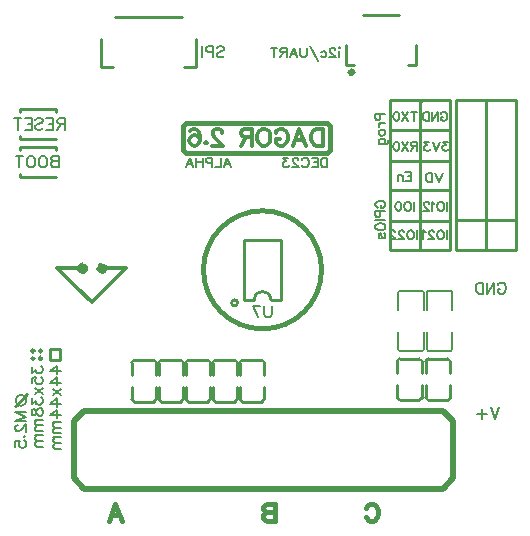
<source format=gbo>
G04 Layer: BottomSilkscreenLayer*
G04 EasyEDA v6.5.39, 2024-01-10 12:04:11*
G04 8066753d26f04e3aa7ec2003dc8d02ef,7c1e8d740ba24e6f83eb2d53d3341807,10*
G04 Gerber Generator version 0.2*
G04 Scale: 100 percent, Rotated: No, Reflected: No *
G04 Dimensions in millimeters *
G04 leading zeros omitted , absolute positions ,4 integer and 5 decimal *
%FSLAX45Y45*%
%MOMM*%

%ADD10C,0.2032*%
%ADD11C,0.3000*%
%ADD12C,0.4000*%
%ADD13C,0.2000*%
%ADD14C,0.3500*%
%ADD15C,0.5000*%
%ADD16C,0.2540*%
%ADD17C,0.1524*%
%ADD18C,0.4001*%
%ADD19C,0.7500*%
%ADD20C,0.0189*%

%LPD*%
D10*
X974945Y526244D02*
G01*
X967219Y530108D01*
X959490Y537837D01*
X955626Y545564D01*
X955626Y561017D01*
X959490Y568746D01*
X967219Y576473D01*
X974945Y580336D01*
X986536Y584200D01*
X1005855Y584200D01*
X1017445Y580336D01*
X1025171Y576473D01*
X1032901Y568746D01*
X1036764Y561017D01*
X1036764Y545564D01*
X1032901Y537837D01*
X1025171Y530108D01*
X1017445Y526244D01*
X1005855Y526244D01*
X1005855Y545564D02*
G01*
X1005855Y526244D01*
X955626Y500745D02*
G01*
X1036764Y500745D01*
X955626Y500745D02*
G01*
X955626Y465973D01*
X959490Y454380D01*
X963353Y450517D01*
X971082Y446653D01*
X982672Y446653D01*
X990399Y450517D01*
X994262Y454380D01*
X998126Y465973D01*
X998126Y500745D01*
X955626Y421154D02*
G01*
X1036764Y421154D01*
X955626Y372473D02*
G01*
X959490Y380199D01*
X967219Y387926D01*
X974945Y391789D01*
X986536Y395655D01*
X1005855Y395655D01*
X1017445Y391789D01*
X1025171Y387926D01*
X1032901Y380199D01*
X1036764Y372473D01*
X1036764Y357017D01*
X1032901Y349290D01*
X1025171Y341563D01*
X1017445Y337700D01*
X1005855Y333837D01*
X986536Y333837D01*
X974945Y337700D01*
X967219Y341563D01*
X959490Y349290D01*
X955626Y357017D01*
X955626Y372473D01*
X994262Y265836D02*
G01*
X986536Y269699D01*
X982672Y281289D01*
X982672Y292882D01*
X986536Y304472D01*
X994262Y308335D01*
X1001991Y304472D01*
X1005855Y296745D01*
X1009718Y277426D01*
X1013581Y269699D01*
X1021308Y265836D01*
X1025171Y265836D01*
X1032901Y269699D01*
X1036764Y281289D01*
X1036764Y292882D01*
X1032901Y304472D01*
X1025171Y308335D01*
X-1802709Y-858253D02*
G01*
X-1739071Y-812800D01*
X-1739071Y-880981D01*
X-1802709Y-858253D02*
G01*
X-1707253Y-858253D01*
X-1802709Y-956437D02*
G01*
X-1739071Y-910981D01*
X-1739071Y-979162D01*
X-1802709Y-956437D02*
G01*
X-1707253Y-956437D01*
X-1770890Y-1009164D02*
G01*
X-1707253Y-1059164D01*
X-1770890Y-1059164D02*
G01*
X-1707253Y-1009164D01*
X-1802709Y-1134618D02*
G01*
X-1739071Y-1089164D01*
X-1739071Y-1157345D01*
X-1802709Y-1134618D02*
G01*
X-1707253Y-1134618D01*
X-1802709Y-1232799D02*
G01*
X-1739071Y-1187345D01*
X-1739071Y-1255527D01*
X-1802709Y-1232799D02*
G01*
X-1707253Y-1232799D01*
X-1770890Y-1285527D02*
G01*
X-1707253Y-1285527D01*
X-1752709Y-1285527D02*
G01*
X-1766346Y-1299164D01*
X-1770890Y-1308254D01*
X-1770890Y-1321889D01*
X-1766346Y-1330982D01*
X-1752709Y-1335526D01*
X-1707253Y-1335526D01*
X-1752709Y-1335526D02*
G01*
X-1766346Y-1349164D01*
X-1770890Y-1358254D01*
X-1770890Y-1371892D01*
X-1766346Y-1380982D01*
X-1752709Y-1385526D01*
X-1707253Y-1385526D01*
X-1770890Y-1415526D02*
G01*
X-1707253Y-1415526D01*
X-1752709Y-1415526D02*
G01*
X-1766346Y-1429164D01*
X-1770890Y-1438254D01*
X-1770890Y-1451891D01*
X-1766346Y-1460982D01*
X-1752709Y-1465526D01*
X-1707253Y-1465526D01*
X-1752709Y-1465526D02*
G01*
X-1766346Y-1479163D01*
X-1770890Y-1488254D01*
X-1770890Y-1501891D01*
X-1766346Y-1510982D01*
X-1752709Y-1515526D01*
X-1707253Y-1515526D01*
X-1955109Y-821890D02*
G01*
X-1955109Y-871890D01*
X-1918746Y-844618D01*
X-1918746Y-858253D01*
X-1914199Y-867346D01*
X-1909653Y-871890D01*
X-1896018Y-876437D01*
X-1886927Y-876437D01*
X-1873290Y-871890D01*
X-1864199Y-862799D01*
X-1859653Y-849162D01*
X-1859653Y-835527D01*
X-1864199Y-821890D01*
X-1868746Y-817346D01*
X-1877837Y-812800D01*
X-1955109Y-960981D02*
G01*
X-1955109Y-915527D01*
X-1914199Y-910981D01*
X-1918746Y-915527D01*
X-1923290Y-929162D01*
X-1923290Y-942799D01*
X-1918746Y-956437D01*
X-1909653Y-965527D01*
X-1896018Y-970071D01*
X-1886927Y-970071D01*
X-1873290Y-965527D01*
X-1864199Y-956437D01*
X-1859653Y-942799D01*
X-1859653Y-929162D01*
X-1864199Y-915527D01*
X-1868746Y-910981D01*
X-1877837Y-906437D01*
X-1923290Y-1000071D02*
G01*
X-1859653Y-1050071D01*
X-1923290Y-1050071D02*
G01*
X-1859653Y-1000071D01*
X-1955109Y-1089164D02*
G01*
X-1955109Y-1139164D01*
X-1918746Y-1111890D01*
X-1918746Y-1125527D01*
X-1914199Y-1134618D01*
X-1909653Y-1139164D01*
X-1896018Y-1143708D01*
X-1886927Y-1143708D01*
X-1873290Y-1139164D01*
X-1864199Y-1130073D01*
X-1859653Y-1116436D01*
X-1859653Y-1102799D01*
X-1864199Y-1089164D01*
X-1868746Y-1084618D01*
X-1877837Y-1080071D01*
X-1955109Y-1196436D02*
G01*
X-1950562Y-1182799D01*
X-1941471Y-1178255D01*
X-1932381Y-1178255D01*
X-1923290Y-1182799D01*
X-1918746Y-1191889D01*
X-1914199Y-1210073D01*
X-1909653Y-1223708D01*
X-1900562Y-1232799D01*
X-1891471Y-1237345D01*
X-1877837Y-1237345D01*
X-1868746Y-1232799D01*
X-1864199Y-1228255D01*
X-1859653Y-1214617D01*
X-1859653Y-1196436D01*
X-1864199Y-1182799D01*
X-1868746Y-1178255D01*
X-1877837Y-1173708D01*
X-1891471Y-1173708D01*
X-1900562Y-1178255D01*
X-1909653Y-1187345D01*
X-1914199Y-1200980D01*
X-1918746Y-1219164D01*
X-1923290Y-1228255D01*
X-1932381Y-1232799D01*
X-1941471Y-1232799D01*
X-1950562Y-1228255D01*
X-1955109Y-1214617D01*
X-1955109Y-1196436D01*
X-1923290Y-1267345D02*
G01*
X-1859653Y-1267345D01*
X-1905109Y-1267345D02*
G01*
X-1918746Y-1280982D01*
X-1923290Y-1290073D01*
X-1923290Y-1303708D01*
X-1918746Y-1312798D01*
X-1905109Y-1317345D01*
X-1859653Y-1317345D01*
X-1905109Y-1317345D02*
G01*
X-1918746Y-1330982D01*
X-1923290Y-1340073D01*
X-1923290Y-1353708D01*
X-1918746Y-1362798D01*
X-1905109Y-1367345D01*
X-1859653Y-1367345D01*
X-1923290Y-1397345D02*
G01*
X-1859653Y-1397345D01*
X-1905109Y-1397345D02*
G01*
X-1918746Y-1410982D01*
X-1923290Y-1420073D01*
X-1923290Y-1433708D01*
X-1918746Y-1442798D01*
X-1905109Y-1447345D01*
X-1859653Y-1447345D01*
X-1905109Y-1447345D02*
G01*
X-1918746Y-1460982D01*
X-1923290Y-1470073D01*
X-1923290Y-1483707D01*
X-1918746Y-1492801D01*
X-1905109Y-1497345D01*
X-1859653Y-1497345D01*
X1567527Y1084026D02*
G01*
X1527528Y1084026D01*
X1549346Y1054935D01*
X1538437Y1054935D01*
X1531162Y1051300D01*
X1527528Y1047663D01*
X1523890Y1036754D01*
X1523890Y1029482D01*
X1527528Y1018573D01*
X1534800Y1011301D01*
X1545709Y1007663D01*
X1556618Y1007663D01*
X1567527Y1011301D01*
X1571162Y1014935D01*
X1574800Y1022210D01*
X1499890Y1084026D02*
G01*
X1470799Y1007663D01*
X1441709Y1084026D02*
G01*
X1470799Y1007663D01*
X1410436Y1084026D02*
G01*
X1370436Y1084026D01*
X1392255Y1054935D01*
X1381345Y1054935D01*
X1374073Y1051300D01*
X1370436Y1047663D01*
X1366799Y1036754D01*
X1366799Y1029482D01*
X1370436Y1018573D01*
X1377708Y1011301D01*
X1388618Y1007663D01*
X1399527Y1007663D01*
X1410436Y1011301D01*
X1414073Y1014935D01*
X1417708Y1022210D01*
X1562100Y576026D02*
G01*
X1562100Y499663D01*
X1516280Y576026D02*
G01*
X1523555Y572391D01*
X1530827Y565116D01*
X1534464Y557844D01*
X1538099Y546935D01*
X1538099Y528754D01*
X1534464Y517845D01*
X1530827Y510573D01*
X1523555Y503301D01*
X1516280Y499663D01*
X1501736Y499663D01*
X1494464Y503301D01*
X1487190Y510573D01*
X1483555Y517845D01*
X1479918Y528754D01*
X1479918Y546935D01*
X1483555Y557844D01*
X1487190Y565116D01*
X1494464Y572391D01*
X1501736Y576026D01*
X1516280Y576026D01*
X1455917Y561482D02*
G01*
X1448645Y565116D01*
X1437736Y576026D01*
X1437736Y499663D01*
X1410101Y557844D02*
G01*
X1410101Y561482D01*
X1406464Y568754D01*
X1402826Y572391D01*
X1395554Y576026D01*
X1381010Y576026D01*
X1373736Y572391D01*
X1370101Y568754D01*
X1366464Y561482D01*
X1366464Y554210D01*
X1370101Y546935D01*
X1377373Y536026D01*
X1413736Y499663D01*
X1362826Y499663D01*
X1507553Y1319844D02*
G01*
X1511190Y1327116D01*
X1518462Y1334391D01*
X1525737Y1338026D01*
X1540281Y1338026D01*
X1547553Y1334391D01*
X1554827Y1327116D01*
X1558462Y1319844D01*
X1562100Y1308935D01*
X1562100Y1290754D01*
X1558462Y1279845D01*
X1554827Y1272573D01*
X1547553Y1265301D01*
X1540281Y1261663D01*
X1525737Y1261663D01*
X1518462Y1265301D01*
X1511190Y1272573D01*
X1507553Y1279845D01*
X1507553Y1290754D01*
X1525737Y1290754D02*
G01*
X1507553Y1290754D01*
X1483555Y1338026D02*
G01*
X1483555Y1261663D01*
X1483555Y1338026D02*
G01*
X1432646Y1261663D01*
X1432646Y1338026D02*
G01*
X1432646Y1261663D01*
X1408645Y1338026D02*
G01*
X1408645Y1261663D01*
X1408645Y1338026D02*
G01*
X1383190Y1338026D01*
X1372280Y1334391D01*
X1365008Y1327116D01*
X1361373Y1319844D01*
X1357736Y1308935D01*
X1357736Y1290754D01*
X1361373Y1279845D01*
X1365008Y1272573D01*
X1372280Y1265301D01*
X1383190Y1261663D01*
X1408645Y1261663D01*
X1308100Y334726D02*
G01*
X1308100Y258363D01*
X1262280Y334726D02*
G01*
X1269555Y331091D01*
X1276827Y323816D01*
X1280464Y316544D01*
X1284099Y305635D01*
X1284099Y287454D01*
X1280464Y276545D01*
X1276827Y269273D01*
X1269555Y262001D01*
X1262280Y258363D01*
X1247736Y258363D01*
X1240464Y262001D01*
X1233190Y269273D01*
X1229555Y276545D01*
X1225918Y287454D01*
X1225918Y305635D01*
X1229555Y316544D01*
X1233190Y323816D01*
X1240464Y331091D01*
X1247736Y334726D01*
X1262280Y334726D01*
X1198280Y316544D02*
G01*
X1198280Y320182D01*
X1194645Y327454D01*
X1191008Y331091D01*
X1183736Y334726D01*
X1169189Y334726D01*
X1161917Y331091D01*
X1158280Y327454D01*
X1154645Y320182D01*
X1154645Y312910D01*
X1158280Y305635D01*
X1165555Y294726D01*
X1201917Y258363D01*
X1151008Y258363D01*
X1123373Y316544D02*
G01*
X1123373Y320182D01*
X1119736Y327454D01*
X1116098Y331091D01*
X1108826Y334726D01*
X1094282Y334726D01*
X1087008Y331091D01*
X1083373Y327454D01*
X1079736Y320182D01*
X1079736Y312910D01*
X1083373Y305635D01*
X1090645Y294726D01*
X1127008Y258363D01*
X1076098Y258363D01*
X1562100Y334726D02*
G01*
X1562100Y258363D01*
X1516280Y334726D02*
G01*
X1523555Y331091D01*
X1530827Y323816D01*
X1534464Y316544D01*
X1538099Y305635D01*
X1538099Y287454D01*
X1534464Y276545D01*
X1530827Y269273D01*
X1523555Y262001D01*
X1516280Y258363D01*
X1501736Y258363D01*
X1494464Y262001D01*
X1487190Y269273D01*
X1483555Y276545D01*
X1479918Y287454D01*
X1479918Y305635D01*
X1483555Y316544D01*
X1487190Y323816D01*
X1494464Y331091D01*
X1501736Y334726D01*
X1516280Y334726D01*
X1452280Y316544D02*
G01*
X1452280Y320182D01*
X1448645Y327454D01*
X1445008Y331091D01*
X1437736Y334726D01*
X1423189Y334726D01*
X1415917Y331091D01*
X1412280Y327454D01*
X1408645Y320182D01*
X1408645Y312910D01*
X1412280Y305635D01*
X1419555Y294726D01*
X1455917Y258363D01*
X1405008Y258363D01*
X1381008Y320182D02*
G01*
X1373736Y323816D01*
X1362826Y334726D01*
X1362826Y258363D01*
X955626Y1320800D02*
G01*
X1036764Y1320800D01*
X955626Y1320800D02*
G01*
X955626Y1286027D01*
X959490Y1274434D01*
X963353Y1270571D01*
X971080Y1266708D01*
X982672Y1266708D01*
X990399Y1270571D01*
X994262Y1274434D01*
X998126Y1286027D01*
X998126Y1320800D01*
X982672Y1241209D02*
G01*
X1036764Y1241209D01*
X1005855Y1241209D02*
G01*
X994262Y1237343D01*
X986536Y1229616D01*
X982672Y1221889D01*
X982672Y1210299D01*
X982672Y1165479D02*
G01*
X986536Y1173208D01*
X994262Y1180934D01*
X1005855Y1184798D01*
X1013581Y1184798D01*
X1025171Y1180934D01*
X1032901Y1173208D01*
X1036764Y1165479D01*
X1036764Y1153888D01*
X1032901Y1146162D01*
X1025171Y1138433D01*
X1013581Y1134569D01*
X1005855Y1134569D01*
X994262Y1138433D01*
X986536Y1146162D01*
X982672Y1153888D01*
X982672Y1165479D01*
X982672Y1062705D02*
G01*
X1044491Y1062705D01*
X1056081Y1066568D01*
X1059944Y1070432D01*
X1063810Y1078161D01*
X1063810Y1089751D01*
X1059944Y1097478D01*
X994262Y1062705D02*
G01*
X986536Y1070432D01*
X982672Y1078161D01*
X982672Y1089751D01*
X986536Y1097478D01*
X994262Y1105207D01*
X1005855Y1109070D01*
X1013581Y1109070D01*
X1025171Y1105207D01*
X1032901Y1097478D01*
X1036764Y1089751D01*
X1036764Y1078161D01*
X1032901Y1070432D01*
X1025171Y1062705D01*
X652703Y1879076D02*
G01*
X648840Y1875213D01*
X644977Y1879076D01*
X648840Y1882940D01*
X652703Y1879076D01*
X648840Y1852030D02*
G01*
X648840Y1797938D01*
X615612Y1859760D02*
G01*
X615612Y1863623D01*
X611748Y1871350D01*
X607885Y1875213D01*
X600158Y1879076D01*
X584702Y1879076D01*
X576976Y1875213D01*
X573112Y1871350D01*
X569247Y1863623D01*
X569247Y1855894D01*
X573112Y1848167D01*
X580839Y1836577D01*
X619475Y1797938D01*
X565383Y1797938D01*
X493519Y1840440D02*
G01*
X501246Y1848167D01*
X508975Y1852030D01*
X520565Y1852030D01*
X528292Y1848167D01*
X536021Y1840440D01*
X539884Y1828848D01*
X539884Y1821121D01*
X536021Y1809531D01*
X528292Y1801802D01*
X520565Y1797938D01*
X508975Y1797938D01*
X501246Y1801802D01*
X493519Y1809531D01*
X398472Y1894532D02*
G01*
X468020Y1770893D01*
X372973Y1879076D02*
G01*
X372973Y1821121D01*
X369110Y1809531D01*
X361381Y1801802D01*
X349791Y1797938D01*
X342064Y1797938D01*
X330471Y1801802D01*
X322745Y1809531D01*
X318881Y1821121D01*
X318881Y1879076D01*
X262470Y1879076D02*
G01*
X293380Y1797938D01*
X262470Y1879076D02*
G01*
X231561Y1797938D01*
X281790Y1824984D02*
G01*
X243154Y1824984D01*
X206062Y1879076D02*
G01*
X206062Y1797938D01*
X206062Y1879076D02*
G01*
X171287Y1879076D01*
X159697Y1875213D01*
X155834Y1871350D01*
X151970Y1863623D01*
X151970Y1855894D01*
X155834Y1848167D01*
X159697Y1844304D01*
X171287Y1840440D01*
X206062Y1840440D01*
X179016Y1840440D02*
G01*
X151970Y1797938D01*
X99423Y1879076D02*
G01*
X99423Y1797938D01*
X126469Y1879076D02*
G01*
X72377Y1879076D01*
X2003907Y-1163883D02*
G01*
X1967544Y-1259339D01*
X1931179Y-1163883D02*
G01*
X1967544Y-1259339D01*
X1860270Y-1177521D02*
G01*
X1860270Y-1259339D01*
X1901179Y-1218430D02*
G01*
X1819361Y-1218430D01*
X1991639Y-129857D02*
G01*
X1995957Y-120713D01*
X2005101Y-111823D01*
X2014245Y-107251D01*
X2032533Y-107251D01*
X2041423Y-111823D01*
X2050567Y-120713D01*
X2055139Y-129857D01*
X2059711Y-143573D01*
X2059711Y-166179D01*
X2055139Y-179895D01*
X2050567Y-189039D01*
X2041423Y-198183D01*
X2032533Y-202755D01*
X2014245Y-202755D01*
X2005101Y-198183D01*
X1995957Y-189039D01*
X1991639Y-179895D01*
X1991639Y-166179D01*
X2014245Y-166179D02*
G01*
X1991639Y-166179D01*
X1961413Y-107251D02*
G01*
X1961413Y-202755D01*
X1961413Y-107251D02*
G01*
X1897913Y-202755D01*
X1897913Y-107251D02*
G01*
X1897913Y-202755D01*
X1867941Y-107251D02*
G01*
X1867941Y-202755D01*
X1867941Y-107251D02*
G01*
X1836191Y-107251D01*
X1822475Y-111823D01*
X1813331Y-120713D01*
X1808759Y-129857D01*
X1804187Y-143573D01*
X1804187Y-166179D01*
X1808759Y-179895D01*
X1813331Y-189039D01*
X1822475Y-198183D01*
X1836191Y-202755D01*
X1867941Y-202755D01*
X1308100Y1084026D02*
G01*
X1308100Y1007663D01*
X1308100Y1084026D02*
G01*
X1275372Y1084026D01*
X1264462Y1080391D01*
X1260828Y1076754D01*
X1257190Y1069482D01*
X1257190Y1062210D01*
X1260828Y1054935D01*
X1264462Y1051300D01*
X1275372Y1047663D01*
X1308100Y1047663D01*
X1282646Y1047663D02*
G01*
X1257190Y1007663D01*
X1233190Y1084026D02*
G01*
X1182281Y1007663D01*
X1182281Y1084026D02*
G01*
X1233190Y1007663D01*
X1136464Y1084026D02*
G01*
X1147373Y1080391D01*
X1154645Y1069482D01*
X1158283Y1051300D01*
X1158283Y1040391D01*
X1154645Y1022210D01*
X1147373Y1011301D01*
X1136464Y1007663D01*
X1129190Y1007663D01*
X1118283Y1011301D01*
X1111008Y1022210D01*
X1107373Y1040391D01*
X1107373Y1051300D01*
X1111008Y1069482D01*
X1118283Y1080391D01*
X1129190Y1084026D01*
X1136464Y1084026D01*
X1282646Y1338026D02*
G01*
X1282646Y1261663D01*
X1308100Y1338026D02*
G01*
X1257190Y1338026D01*
X1233190Y1338026D02*
G01*
X1182281Y1261663D01*
X1182281Y1338026D02*
G01*
X1233190Y1261663D01*
X1136464Y1338026D02*
G01*
X1147373Y1334391D01*
X1154645Y1323482D01*
X1158283Y1305300D01*
X1158283Y1294391D01*
X1154645Y1276210D01*
X1147373Y1265301D01*
X1136464Y1261663D01*
X1129190Y1261663D01*
X1118283Y1265301D01*
X1111008Y1276210D01*
X1107373Y1294391D01*
X1107373Y1305300D01*
X1111008Y1323482D01*
X1118283Y1334391D01*
X1129190Y1338026D01*
X1136464Y1338026D01*
X1257300Y830026D02*
G01*
X1257300Y753663D01*
X1257300Y830026D02*
G01*
X1210028Y830026D01*
X1257300Y793663D02*
G01*
X1228209Y793663D01*
X1257300Y753663D02*
G01*
X1210028Y753663D01*
X1186027Y804572D02*
G01*
X1186027Y753663D01*
X1186027Y790026D02*
G01*
X1175118Y800935D01*
X1167846Y804572D01*
X1156936Y804572D01*
X1149664Y800935D01*
X1146027Y790026D01*
X1146027Y753663D01*
X1282700Y576026D02*
G01*
X1282700Y499663D01*
X1236880Y576026D02*
G01*
X1244155Y572391D01*
X1251427Y565116D01*
X1255064Y557844D01*
X1258699Y546935D01*
X1258699Y528754D01*
X1255064Y517845D01*
X1251427Y510573D01*
X1244155Y503301D01*
X1236880Y499663D01*
X1222336Y499663D01*
X1215064Y503301D01*
X1207790Y510573D01*
X1204155Y517845D01*
X1200518Y528754D01*
X1200518Y546935D01*
X1204155Y557844D01*
X1207790Y565116D01*
X1215064Y572391D01*
X1222336Y576026D01*
X1236880Y576026D01*
X1154699Y576026D02*
G01*
X1165608Y572391D01*
X1172883Y561482D01*
X1176517Y543300D01*
X1176517Y532391D01*
X1172883Y514210D01*
X1165608Y503301D01*
X1154699Y499663D01*
X1147427Y499663D01*
X1136517Y503301D01*
X1129245Y514210D01*
X1125608Y532391D01*
X1125608Y543300D01*
X1129245Y561482D01*
X1136517Y572391D01*
X1147427Y576026D01*
X1154699Y576026D01*
X-1676400Y1282009D02*
G01*
X-1676400Y1186553D01*
X-1676400Y1282009D02*
G01*
X-1717309Y1282009D01*
X-1730946Y1277462D01*
X-1735490Y1272918D01*
X-1740037Y1263827D01*
X-1740037Y1254737D01*
X-1735490Y1245646D01*
X-1730946Y1241099D01*
X-1717309Y1236553D01*
X-1676400Y1236553D01*
X-1708218Y1236553D02*
G01*
X-1740037Y1186553D01*
X-1770037Y1282009D02*
G01*
X-1770037Y1186553D01*
X-1770037Y1282009D02*
G01*
X-1829127Y1282009D01*
X-1770037Y1236553D02*
G01*
X-1806399Y1236553D01*
X-1770037Y1186553D02*
G01*
X-1829127Y1186553D01*
X-1922764Y1268371D02*
G01*
X-1913671Y1277462D01*
X-1900036Y1282009D01*
X-1881855Y1282009D01*
X-1868218Y1277462D01*
X-1859127Y1268371D01*
X-1859127Y1259281D01*
X-1863671Y1250190D01*
X-1868218Y1245646D01*
X-1877308Y1241099D01*
X-1904580Y1232009D01*
X-1913671Y1227462D01*
X-1918218Y1222918D01*
X-1922764Y1213827D01*
X-1922764Y1200190D01*
X-1913671Y1191099D01*
X-1900036Y1186553D01*
X-1881855Y1186553D01*
X-1868218Y1191099D01*
X-1859127Y1200190D01*
X-1952764Y1282009D02*
G01*
X-1952764Y1186553D01*
X-1952764Y1282009D02*
G01*
X-2011855Y1282009D01*
X-1952764Y1236553D02*
G01*
X-1989127Y1236553D01*
X-1952764Y1186553D02*
G01*
X-2011855Y1186553D01*
X-2073673Y1282009D02*
G01*
X-2073673Y1186553D01*
X-2041855Y1282009D02*
G01*
X-2105489Y1282009D01*
X-1727200Y964509D02*
G01*
X-1727200Y869053D01*
X-1727200Y964509D02*
G01*
X-1768109Y964509D01*
X-1781746Y959962D01*
X-1786290Y955418D01*
X-1790837Y946327D01*
X-1790837Y937237D01*
X-1786290Y928146D01*
X-1781746Y923599D01*
X-1768109Y919053D01*
X-1727200Y919053D02*
G01*
X-1768109Y919053D01*
X-1781746Y914509D01*
X-1786290Y909962D01*
X-1790837Y900871D01*
X-1790837Y887237D01*
X-1786290Y878146D01*
X-1781746Y873599D01*
X-1768109Y869053D01*
X-1727200Y869053D01*
X-1848109Y964509D02*
G01*
X-1839018Y959962D01*
X-1829927Y950871D01*
X-1825381Y941781D01*
X-1820837Y928146D01*
X-1820837Y905418D01*
X-1825381Y891781D01*
X-1829927Y882690D01*
X-1839018Y873599D01*
X-1848109Y869053D01*
X-1866290Y869053D01*
X-1875381Y873599D01*
X-1884471Y882690D01*
X-1889018Y891781D01*
X-1893562Y905418D01*
X-1893562Y928146D01*
X-1889018Y941781D01*
X-1884471Y950871D01*
X-1875381Y959962D01*
X-1866290Y964509D01*
X-1848109Y964509D01*
X-1950836Y964509D02*
G01*
X-1941746Y959962D01*
X-1932655Y950871D01*
X-1928108Y941781D01*
X-1923564Y928146D01*
X-1923564Y905418D01*
X-1928108Y891781D01*
X-1932655Y882690D01*
X-1941746Y873599D01*
X-1950836Y869053D01*
X-1969018Y869053D01*
X-1978108Y873599D01*
X-1987199Y882690D01*
X-1991746Y891781D01*
X-1996290Y905418D01*
X-1996290Y928146D01*
X-1991746Y941781D01*
X-1987199Y950871D01*
X-1978108Y959962D01*
X-1969018Y964509D01*
X-1950836Y964509D01*
X-2058108Y964509D02*
G01*
X-2058108Y869053D01*
X-2026290Y964509D02*
G01*
X-2089927Y964509D01*
X-388833Y1880575D02*
G01*
X-379742Y1889666D01*
X-366105Y1894212D01*
X-347924Y1894212D01*
X-334286Y1889666D01*
X-325196Y1880575D01*
X-325196Y1871484D01*
X-329742Y1862394D01*
X-334286Y1857849D01*
X-343377Y1853303D01*
X-370649Y1844212D01*
X-379742Y1839666D01*
X-384286Y1835122D01*
X-388833Y1826031D01*
X-388833Y1812394D01*
X-379742Y1803303D01*
X-366105Y1798756D01*
X-347924Y1798756D01*
X-334286Y1803303D01*
X-325196Y1812394D01*
X-418833Y1894212D02*
G01*
X-418833Y1798756D01*
X-418833Y1894212D02*
G01*
X-459742Y1894212D01*
X-473377Y1889666D01*
X-477923Y1885121D01*
X-482467Y1876031D01*
X-482467Y1862394D01*
X-477923Y1853303D01*
X-473377Y1848756D01*
X-459742Y1844212D01*
X-418833Y1844212D01*
X-512467Y1894212D02*
G01*
X-512467Y1798756D01*
X546100Y949373D02*
G01*
X546100Y868235D01*
X546100Y949373D02*
G01*
X519054Y949373D01*
X507464Y945509D01*
X499734Y937783D01*
X495871Y930056D01*
X492008Y918463D01*
X492008Y899144D01*
X495871Y887554D01*
X499734Y879828D01*
X507464Y872100D01*
X519054Y868235D01*
X546100Y868235D01*
X466509Y949373D02*
G01*
X466509Y868235D01*
X466509Y949373D02*
G01*
X416280Y949373D01*
X466509Y910737D02*
G01*
X435598Y910737D01*
X466509Y868235D02*
G01*
X416280Y868235D01*
X332823Y930056D02*
G01*
X336687Y937783D01*
X344416Y945509D01*
X352143Y949373D01*
X367598Y949373D01*
X375325Y945509D01*
X383052Y937783D01*
X386915Y930056D01*
X390779Y918463D01*
X390779Y899144D01*
X386915Y887554D01*
X383052Y879828D01*
X375325Y872100D01*
X367598Y868235D01*
X352143Y868235D01*
X344416Y872100D01*
X336687Y879828D01*
X332823Y887554D01*
X303461Y930056D02*
G01*
X303461Y933919D01*
X299598Y941646D01*
X295732Y945509D01*
X288005Y949373D01*
X272552Y949373D01*
X264822Y945509D01*
X260959Y941646D01*
X257096Y933919D01*
X257096Y926190D01*
X260959Y918463D01*
X268686Y906873D01*
X307324Y868235D01*
X253232Y868235D01*
X220004Y949373D02*
G01*
X177505Y949373D01*
X200685Y918463D01*
X189095Y918463D01*
X181368Y914600D01*
X177505Y910737D01*
X173639Y899144D01*
X173639Y891418D01*
X177505Y879828D01*
X185232Y872100D01*
X196822Y868235D01*
X208414Y868235D01*
X220004Y872100D01*
X223867Y875964D01*
X227731Y883691D01*
D11*
X508000Y1192763D02*
G01*
X508000Y1049581D01*
X508000Y1192763D02*
G01*
X460273Y1192763D01*
X439818Y1185946D01*
X426181Y1172309D01*
X419364Y1158671D01*
X412546Y1138217D01*
X412546Y1104127D01*
X419364Y1083673D01*
X426181Y1070035D01*
X439818Y1056399D01*
X460273Y1049581D01*
X508000Y1049581D01*
X313000Y1192763D02*
G01*
X367545Y1049581D01*
X313000Y1192763D02*
G01*
X258455Y1049581D01*
X347090Y1097307D02*
G01*
X278909Y1097307D01*
X111183Y1158671D02*
G01*
X118000Y1172309D01*
X131638Y1185946D01*
X145272Y1192763D01*
X172547Y1192763D01*
X186181Y1185946D01*
X199819Y1172309D01*
X206636Y1158671D01*
X213453Y1138217D01*
X213453Y1104127D01*
X206636Y1083673D01*
X199819Y1070035D01*
X186181Y1056399D01*
X172547Y1049581D01*
X145272Y1049581D01*
X131638Y1056399D01*
X118000Y1070035D01*
X111183Y1083673D01*
X111183Y1104127D01*
X145272Y1104127D02*
G01*
X111183Y1104127D01*
X25272Y1192763D02*
G01*
X38910Y1185946D01*
X52547Y1172309D01*
X59364Y1158671D01*
X66182Y1138217D01*
X66182Y1104127D01*
X59364Y1083673D01*
X52547Y1070035D01*
X38910Y1056399D01*
X25272Y1049581D01*
X-1998Y1049581D01*
X-15636Y1056399D01*
X-29270Y1070035D01*
X-36090Y1083673D01*
X-42908Y1104127D01*
X-42908Y1138217D01*
X-36090Y1158671D01*
X-29270Y1172309D01*
X-15636Y1185946D01*
X-1998Y1192763D01*
X25272Y1192763D01*
X-87906Y1192763D02*
G01*
X-87906Y1049581D01*
X-87906Y1192763D02*
G01*
X-149270Y1192763D01*
X-169725Y1185946D01*
X-176545Y1179126D01*
X-183362Y1165491D01*
X-183362Y1151854D01*
X-176545Y1138217D01*
X-169725Y1131399D01*
X-149270Y1124582D01*
X-87906Y1124582D01*
X-135636Y1124582D02*
G01*
X-183362Y1049581D01*
X-340179Y1158671D02*
G01*
X-340179Y1165491D01*
X-346997Y1179126D01*
X-353816Y1185946D01*
X-367451Y1192763D01*
X-394726Y1192763D01*
X-408360Y1185946D01*
X-415180Y1179126D01*
X-421998Y1165491D01*
X-421998Y1151854D01*
X-415180Y1138217D01*
X-401543Y1117762D01*
X-333362Y1049581D01*
X-428815Y1049581D01*
X-480634Y1083673D02*
G01*
X-473816Y1076853D01*
X-480634Y1070035D01*
X-487451Y1076853D01*
X-480634Y1083673D01*
X-614271Y1172309D02*
G01*
X-607451Y1185946D01*
X-586999Y1192763D01*
X-573361Y1192763D01*
X-552907Y1185946D01*
X-539269Y1165491D01*
X-532452Y1131399D01*
X-532452Y1097307D01*
X-539269Y1070035D01*
X-552907Y1056399D01*
X-573361Y1049581D01*
X-580179Y1049581D01*
X-600633Y1056399D01*
X-614271Y1070035D01*
X-621088Y1090490D01*
X-621088Y1097307D01*
X-614271Y1117762D01*
X-600633Y1131399D01*
X-580179Y1138217D01*
X-573361Y1138217D01*
X-552907Y1131399D01*
X-539269Y1117762D01*
X-532452Y1097307D01*
D10*
X1524000Y822373D02*
G01*
X1493090Y741235D01*
X1462181Y822373D02*
G01*
X1493090Y741235D01*
X1436679Y822373D02*
G01*
X1436679Y741235D01*
X1436679Y822373D02*
G01*
X1409633Y822373D01*
X1398043Y818509D01*
X1390317Y810783D01*
X1386453Y803056D01*
X1382588Y791463D01*
X1382588Y772144D01*
X1386453Y760554D01*
X1390317Y752828D01*
X1398043Y745098D01*
X1409633Y741235D01*
X1436679Y741235D01*
D12*
X-1248346Y-1982236D02*
G01*
X-1193800Y-2125418D01*
X-1248346Y-1982236D02*
G01*
X-1302890Y-2125418D01*
X-1214254Y-2077692D02*
G01*
X-1282435Y-2077692D01*
X101600Y-1982236D02*
G01*
X101600Y-2125418D01*
X101600Y-1982236D02*
G01*
X40236Y-1982236D01*
X19781Y-1989053D01*
X12964Y-1995873D01*
X6146Y-2009508D01*
X6146Y-2023145D01*
X12964Y-2036782D01*
X19781Y-2043600D01*
X40236Y-2050417D01*
X101600Y-2050417D02*
G01*
X40236Y-2050417D01*
X19781Y-2057237D01*
X12964Y-2064054D01*
X6146Y-2077692D01*
X6146Y-2098146D01*
X12964Y-2111781D01*
X19781Y-2118601D01*
X40236Y-2125418D01*
X101600Y-2125418D01*
X875626Y-2016328D02*
G01*
X882446Y-2002690D01*
X896081Y-1989053D01*
X909718Y-1982236D01*
X936990Y-1982236D01*
X950628Y-1989053D01*
X964262Y-2002690D01*
X971082Y-2016328D01*
X977900Y-2036782D01*
X977900Y-2070872D01*
X971082Y-2091326D01*
X964262Y-2104964D01*
X950628Y-2118600D01*
X936990Y-2125418D01*
X909718Y-2125418D01*
X896081Y-2118600D01*
X882446Y-2104964D01*
X875626Y-2091326D01*
D10*
X-2094809Y-1206500D02*
G01*
X-1999353Y-1206500D01*
X-2094809Y-1206500D02*
G01*
X-1999353Y-1242862D01*
X-2094809Y-1279227D02*
G01*
X-1999353Y-1242862D01*
X-2094809Y-1279227D02*
G01*
X-1999353Y-1279227D01*
X-2072081Y-1313771D02*
G01*
X-2076627Y-1313771D01*
X-2085718Y-1318318D01*
X-2090262Y-1322862D01*
X-2094809Y-1331955D01*
X-2094809Y-1350137D01*
X-2090262Y-1359227D01*
X-2085718Y-1363771D01*
X-2076627Y-1368318D01*
X-2067537Y-1368318D01*
X-2058446Y-1363771D01*
X-2044809Y-1354681D01*
X-1999353Y-1309227D01*
X-1999353Y-1372862D01*
X-2022081Y-1407408D02*
G01*
X-2017537Y-1402864D01*
X-2012990Y-1407408D01*
X-2017537Y-1411955D01*
X-2022081Y-1407408D01*
X-2094809Y-1496499D02*
G01*
X-2094809Y-1451046D01*
X-2053899Y-1446499D01*
X-2058446Y-1451046D01*
X-2062990Y-1464680D01*
X-2062990Y-1478318D01*
X-2058446Y-1491955D01*
X-2049353Y-1501046D01*
X-2035718Y-1505590D01*
X-2026627Y-1505590D01*
X-2012990Y-1501046D01*
X-2003899Y-1491955D01*
X-1999353Y-1478318D01*
X-1999353Y-1464680D01*
X-2003899Y-1451046D01*
X-2008446Y-1446499D01*
X-2017537Y-1441955D01*
X-297609Y949373D02*
G01*
X-266700Y868235D01*
X-297609Y949373D02*
G01*
X-328518Y868235D01*
X-278290Y895281D02*
G01*
X-316928Y895281D01*
X-354020Y949373D02*
G01*
X-354020Y868235D01*
X-354020Y868235D02*
G01*
X-400382Y868235D01*
X-425884Y949373D02*
G01*
X-425884Y868235D01*
X-425884Y949373D02*
G01*
X-460656Y949373D01*
X-472246Y945509D01*
X-476112Y941646D01*
X-479976Y933919D01*
X-479976Y922327D01*
X-476112Y914600D01*
X-472246Y910737D01*
X-460656Y906873D01*
X-425884Y906873D01*
X-505475Y949373D02*
G01*
X-505475Y868235D01*
X-559567Y949373D02*
G01*
X-559567Y868235D01*
X-505475Y910737D02*
G01*
X-559567Y910737D01*
X-615977Y949373D02*
G01*
X-585068Y868235D01*
X-615977Y949373D02*
G01*
X-646887Y868235D01*
X-596658Y895281D02*
G01*
X-635294Y895281D01*
D13*
X76200Y-305490D02*
G01*
X76200Y-373672D01*
X71653Y-387309D01*
X62562Y-396400D01*
X48928Y-400946D01*
X39837Y-400946D01*
X26200Y-396400D01*
X17109Y-387309D01*
X12562Y-373672D01*
X12562Y-305490D01*
X-81071Y-305490D02*
G01*
X-35618Y-400946D01*
X-17437Y-305490D02*
G01*
X-81071Y-305490D01*
D14*
X-1358823Y12694D02*
G01*
X-1153083Y12694D01*
X-1440103Y-274325D01*
D15*
X-1600200Y-1447800D02*
G01*
X-1600200Y-1765300D01*
X-1511300Y-1854200D01*
X1524000Y-1854200D01*
X1612900Y-1765300D01*
X1612900Y-1282700D01*
X1524000Y-1193800D01*
X-1511300Y-1193800D01*
X-1600200Y-1282700D01*
X-1600200Y-1447800D01*
D16*
X-1752600Y1104900D02*
G01*
X-2057400Y1104900D01*
X-2057400Y1130300D01*
X-2057400Y1016000D02*
G01*
X-2057400Y1041400D01*
X-1752600Y1041400D01*
X-1752600Y1016000D01*
X-1803400Y-673100D02*
G01*
X-1714500Y-673100D01*
X-1714500Y-762000D01*
X1638300Y1435100D02*
G01*
X2146300Y1435100D01*
X2146300Y165100D01*
X1638300Y165100D01*
X1638300Y1435100D01*
X1892300Y1435100D02*
G01*
X1892300Y165100D01*
X2146300Y418757D02*
G01*
X1638300Y418757D01*
D12*
X-647700Y1244600D02*
G01*
X-673100Y1218945D01*
X-673100Y1016000D01*
X-647700Y990600D01*
X546100Y990600D01*
X571500Y1016000D01*
X571500Y1219200D01*
X546100Y1244600D01*
X-647700Y1244600D01*
D14*
X-1523923Y12694D02*
G01*
X-1739823Y12694D01*
X-1571421Y-155707D01*
X-1440002Y-274325D01*
D16*
X-1803400Y-762000D02*
G01*
X-1803400Y-673100D01*
X-1714500Y-762000D02*
G01*
X-1803400Y-762000D01*
X-2095500Y-1155700D02*
G01*
X-2082800Y-1143000D01*
X-1993900Y-1054100D01*
X-1752600Y787400D02*
G01*
X-2057400Y787400D01*
X-2057400Y812800D01*
X-2057400Y1333500D02*
G01*
X-2057400Y1358900D01*
X-1752600Y1358900D01*
X-1752600Y1333500D01*
X1079500Y1435100D02*
G01*
X1587500Y1435100D01*
X1587500Y165100D01*
X1079500Y165100D01*
X1079500Y1435100D01*
X1587500Y413410D02*
G01*
X1584960Y415950D01*
X1079500Y415950D01*
X1587500Y675030D02*
G01*
X1079500Y675030D01*
X1587500Y923950D02*
G01*
X1582420Y918870D01*
X1079500Y918870D01*
X1587500Y1180490D02*
G01*
X1079500Y1180490D01*
X1346149Y1435100D02*
G01*
X1335989Y1424939D01*
X1335989Y165100D01*
X853287Y2161794D02*
G01*
X1153312Y2161794D01*
X703300Y1901799D02*
G01*
X703300Y1736801D01*
X778306Y1736801D01*
X1228293Y1736801D02*
G01*
X1303299Y1736801D01*
X1303299Y1901799D01*
X-1365196Y1718348D02*
G01*
X-1268308Y1718348D01*
X-662081Y1718348D02*
G01*
X-565200Y1718348D01*
X-565200Y1718348D02*
G01*
X-565200Y1950234D01*
X-1365196Y1718348D02*
G01*
X-1365196Y1950234D01*
X-1247079Y2143345D02*
G01*
X-683318Y2143345D01*
X68579Y-251460D02*
G01*
X160020Y-251460D01*
X-160020Y-251460D02*
G01*
X-68579Y-251460D01*
X-160273Y249936D02*
G01*
X159512Y249936D01*
X159512Y249936D02*
G01*
X159512Y-250189D01*
X-160273Y249936D02*
G01*
X-160273Y-250189D01*
X-1083302Y-1114803D02*
G01*
X-923300Y-1114803D01*
X-1083302Y-764796D02*
G01*
X-923297Y-764799D01*
X-899299Y-989799D02*
G01*
X-899299Y-1094798D01*
X-1107300Y-989799D02*
G01*
X-1107300Y-1094798D01*
X-899299Y-889800D02*
G01*
X-899299Y-784801D01*
X-1107300Y-889800D02*
G01*
X-1107300Y-784801D01*
X-1085293Y-764796D02*
G01*
X-1083302Y-764796D01*
X-1087295Y-764796D02*
G01*
X-1083302Y-764796D01*
X-919302Y-764799D02*
G01*
X-923297Y-764799D01*
X-1087295Y-1114803D02*
G01*
X-1083302Y-1114803D01*
X-919304Y-1114803D02*
G01*
X-923300Y-1114803D01*
X-854702Y-1114803D02*
G01*
X-694700Y-1114803D01*
X-854702Y-764796D02*
G01*
X-694697Y-764799D01*
X-670699Y-989799D02*
G01*
X-670699Y-1094798D01*
X-878700Y-989799D02*
G01*
X-878700Y-1094798D01*
X-670699Y-889800D02*
G01*
X-670699Y-784801D01*
X-878700Y-889800D02*
G01*
X-878700Y-784801D01*
X-856693Y-764796D02*
G01*
X-854702Y-764796D01*
X-858695Y-764796D02*
G01*
X-854702Y-764796D01*
X-690702Y-764799D02*
G01*
X-694697Y-764799D01*
X-858695Y-1114803D02*
G01*
X-854702Y-1114803D01*
X-690704Y-1114803D02*
G01*
X-694700Y-1114803D01*
X-626102Y-1114803D02*
G01*
X-466100Y-1114803D01*
X-626102Y-764796D02*
G01*
X-466097Y-764799D01*
X-442099Y-989799D02*
G01*
X-442099Y-1094798D01*
X-650100Y-989799D02*
G01*
X-650100Y-1094798D01*
X-442099Y-889800D02*
G01*
X-442099Y-784801D01*
X-650100Y-889800D02*
G01*
X-650100Y-784801D01*
X-628093Y-764796D02*
G01*
X-626102Y-764796D01*
X-630095Y-764796D02*
G01*
X-626102Y-764796D01*
X-462102Y-764799D02*
G01*
X-466097Y-764799D01*
X-630095Y-1114803D02*
G01*
X-626102Y-1114803D01*
X-462104Y-1114803D02*
G01*
X-466100Y-1114803D01*
X-397502Y-1114803D02*
G01*
X-237500Y-1114803D01*
X-397502Y-764796D02*
G01*
X-237497Y-764799D01*
X-213499Y-989799D02*
G01*
X-213499Y-1094798D01*
X-421500Y-989799D02*
G01*
X-421500Y-1094798D01*
X-213499Y-889800D02*
G01*
X-213499Y-784801D01*
X-421500Y-889800D02*
G01*
X-421500Y-784801D01*
X-399493Y-764796D02*
G01*
X-397502Y-764796D01*
X-401495Y-764796D02*
G01*
X-397502Y-764796D01*
X-233502Y-764799D02*
G01*
X-237497Y-764799D01*
X-401495Y-1114803D02*
G01*
X-397502Y-1114803D01*
X-233504Y-1114803D02*
G01*
X-237500Y-1114803D01*
X-168902Y-1114803D02*
G01*
X-8900Y-1114803D01*
X-168902Y-764796D02*
G01*
X-8897Y-764799D01*
X15100Y-989799D02*
G01*
X15100Y-1094798D01*
X-192900Y-989799D02*
G01*
X-192900Y-1094798D01*
X15100Y-889800D02*
G01*
X15100Y-784801D01*
X-192900Y-889800D02*
G01*
X-192900Y-784801D01*
X-170893Y-764796D02*
G01*
X-168902Y-764796D01*
X-172895Y-764796D02*
G01*
X-168902Y-764796D01*
X-4902Y-764799D02*
G01*
X-8897Y-764799D01*
X-172895Y-1114803D02*
G01*
X-168902Y-1114803D01*
X-4904Y-1114803D02*
G01*
X-8900Y-1114803D01*
X1164597Y-1102103D02*
G01*
X1324599Y-1102103D01*
X1164597Y-752096D02*
G01*
X1324602Y-752099D01*
X1348600Y-977099D02*
G01*
X1348600Y-1082098D01*
X1140599Y-977099D02*
G01*
X1140599Y-1082098D01*
X1348600Y-877100D02*
G01*
X1348600Y-772101D01*
X1140599Y-877100D02*
G01*
X1140599Y-772101D01*
X1162606Y-752096D02*
G01*
X1164597Y-752096D01*
X1160604Y-752096D02*
G01*
X1164597Y-752096D01*
X1328597Y-752099D02*
G01*
X1324602Y-752099D01*
X1160604Y-1102103D02*
G01*
X1164597Y-1102103D01*
X1328595Y-1102103D02*
G01*
X1324599Y-1102103D01*
D17*
X1148039Y-672919D02*
G01*
X1148039Y-524421D01*
X1366560Y-524421D02*
G01*
X1366560Y-672919D01*
X1351320Y-688159D02*
G01*
X1163279Y-688159D01*
X1148039Y-190680D02*
G01*
X1148039Y-339178D01*
X1366560Y-339178D02*
G01*
X1366560Y-190680D01*
X1351320Y-175440D02*
G01*
X1163279Y-175440D01*
X1389339Y-672919D02*
G01*
X1389339Y-524421D01*
X1607860Y-524421D02*
G01*
X1607860Y-672919D01*
X1592620Y-688159D02*
G01*
X1404579Y-688159D01*
X1389339Y-190680D02*
G01*
X1389339Y-339178D01*
X1607860Y-339178D02*
G01*
X1607860Y-190680D01*
X1592620Y-175440D02*
G01*
X1404579Y-175440D01*
D16*
X1405897Y-1102103D02*
G01*
X1565899Y-1102103D01*
X1405897Y-752096D02*
G01*
X1565902Y-752099D01*
X1589900Y-977099D02*
G01*
X1589900Y-1082098D01*
X1381899Y-977099D02*
G01*
X1381899Y-1082098D01*
X1589900Y-877100D02*
G01*
X1589900Y-772101D01*
X1381899Y-877100D02*
G01*
X1381899Y-772101D01*
X1403906Y-752096D02*
G01*
X1405897Y-752096D01*
X1401904Y-752096D02*
G01*
X1405897Y-752096D01*
X1569897Y-752099D02*
G01*
X1565902Y-752099D01*
X1401904Y-1102103D02*
G01*
X1405897Y-1102103D01*
X1569895Y-1102103D02*
G01*
X1565899Y-1102103D01*
D18*
G75*
G01*
X767436Y1671803D02*
G02*
X767436Y1672438I-14145J317D01*
D16*
G75*
G01*
X68580Y-251460D02*
G03*
X-68580Y-251460I-68580J0D01*
G75*
G01*
X-1107300Y-784802D02*
G02*
X-1087295Y-764797I20005J0D01*
G75*
G01*
X-899300Y-784802D02*
G03*
X-919302Y-764799I-20002J0D01*
G75*
G01*
X-1107300Y-1094798D02*
G03*
X-1087295Y-1114803I20005J0D01*
G75*
G01*
X-899300Y-1094798D02*
G02*
X-919305Y-1114803I-20005J0D01*
G75*
G01*
X-878700Y-784802D02*
G02*
X-858695Y-764797I20005J0D01*
G75*
G01*
X-670700Y-784802D02*
G03*
X-690702Y-764799I-20002J0D01*
G75*
G01*
X-878700Y-1094798D02*
G03*
X-858695Y-1114803I20005J0D01*
G75*
G01*
X-670700Y-1094798D02*
G02*
X-690705Y-1114803I-20005J0D01*
G75*
G01*
X-650100Y-784802D02*
G02*
X-630095Y-764797I20005J0D01*
G75*
G01*
X-442100Y-784802D02*
G03*
X-462102Y-764799I-20002J0D01*
G75*
G01*
X-650100Y-1094798D02*
G03*
X-630095Y-1114803I20005J0D01*
G75*
G01*
X-442100Y-1094798D02*
G02*
X-462105Y-1114803I-20005J0D01*
G75*
G01*
X-421500Y-784802D02*
G02*
X-401495Y-764797I20005J0D01*
G75*
G01*
X-213500Y-784802D02*
G03*
X-233502Y-764799I-20002J0D01*
G75*
G01*
X-421500Y-1094798D02*
G03*
X-401495Y-1114803I20005J0D01*
G75*
G01*
X-213500Y-1094798D02*
G02*
X-233505Y-1114803I-20005J0D01*
G75*
G01*
X-192900Y-784802D02*
G02*
X-172895Y-764797I20005J0D01*
G75*
G01*
X15100Y-784802D02*
G03*
X-4902Y-764799I-20002J0D01*
G75*
G01*
X-192900Y-1094798D02*
G03*
X-172895Y-1114803I20005J0D01*
G75*
G01*
X15100Y-1094798D02*
G02*
X-4905Y-1114803I-20005J0D01*
G75*
G01*
X1140600Y-772102D02*
G02*
X1160605Y-752097I20005J0D01*
G75*
G01*
X1348600Y-772102D02*
G03*
X1328598Y-752099I-20002J0D01*
G75*
G01*
X1140600Y-1082098D02*
G03*
X1160605Y-1102103I20005J0D01*
G75*
G01*
X1348600Y-1082098D02*
G02*
X1328595Y-1102103I-20005J0D01*
D17*
G75*
G01*
X1366561Y-672920D02*
G02*
X1351321Y-688160I-15240J0D01*
G75*
G01*
X1163279Y-688160D02*
G02*
X1148039Y-672920I0J15240D01*
G75*
G01*
X1366561Y-190680D02*
G03*
X1351321Y-175440I-15240J0D01*
G75*
G01*
X1163279Y-175440D02*
G03*
X1148039Y-190680I0J-15240D01*
G75*
G01*
X1607861Y-672920D02*
G02*
X1592621Y-688160I-15240J0D01*
G75*
G01*
X1404579Y-688160D02*
G02*
X1389339Y-672920I0J15240D01*
G75*
G01*
X1607861Y-190680D02*
G03*
X1592621Y-175440I-15240J0D01*
G75*
G01*
X1404579Y-175440D02*
G03*
X1389339Y-190680I0J-15240D01*
D16*
G75*
G01*
X1381900Y-772102D02*
G02*
X1401905Y-752097I20005J0D01*
G75*
G01*
X1589900Y-772102D02*
G03*
X1569898Y-752099I-20002J0D01*
G75*
G01*
X1381900Y-1082098D02*
G03*
X1401905Y-1102103I20005J0D01*
G75*
G01*
X1589900Y-1082098D02*
G02*
X1569895Y-1102103I-20005J0D01*
D19*
G75*
G01
X-1511300Y12700D02*
G03X-1511300Y12700I-12700J0D01*
G75*
G01
X-1346200Y12700D02*
G03X-1346200Y12700I-12700J0D01*
D12*
G75*
G01
X499999Y0D02*
G03X499999Y0I-499999J0D01*
D13*
G75*
G01
X-1998904Y-1104900D02*
G03X-1998904Y-1104900I-45796J0D01*
D16*
G75*
G01
X-1931111Y-685800D02*
G03X-1931111Y-685800I-11989J0D01*
G75*
G01
X-1867611Y-685800D02*
G03X-1867611Y-685800I-11989J0D01*
G75*
G01
X-1867611Y-749300D02*
G03X-1867611Y-749300I-11989J0D01*
G75*
G01
X-1931111Y-749300D02*
G03X-1931111Y-749300I-11989J0D01*
G75*
G01
X-210820Y-279400D02*
G03X-210820Y-279400I-25400J0D01*
M02*

</source>
